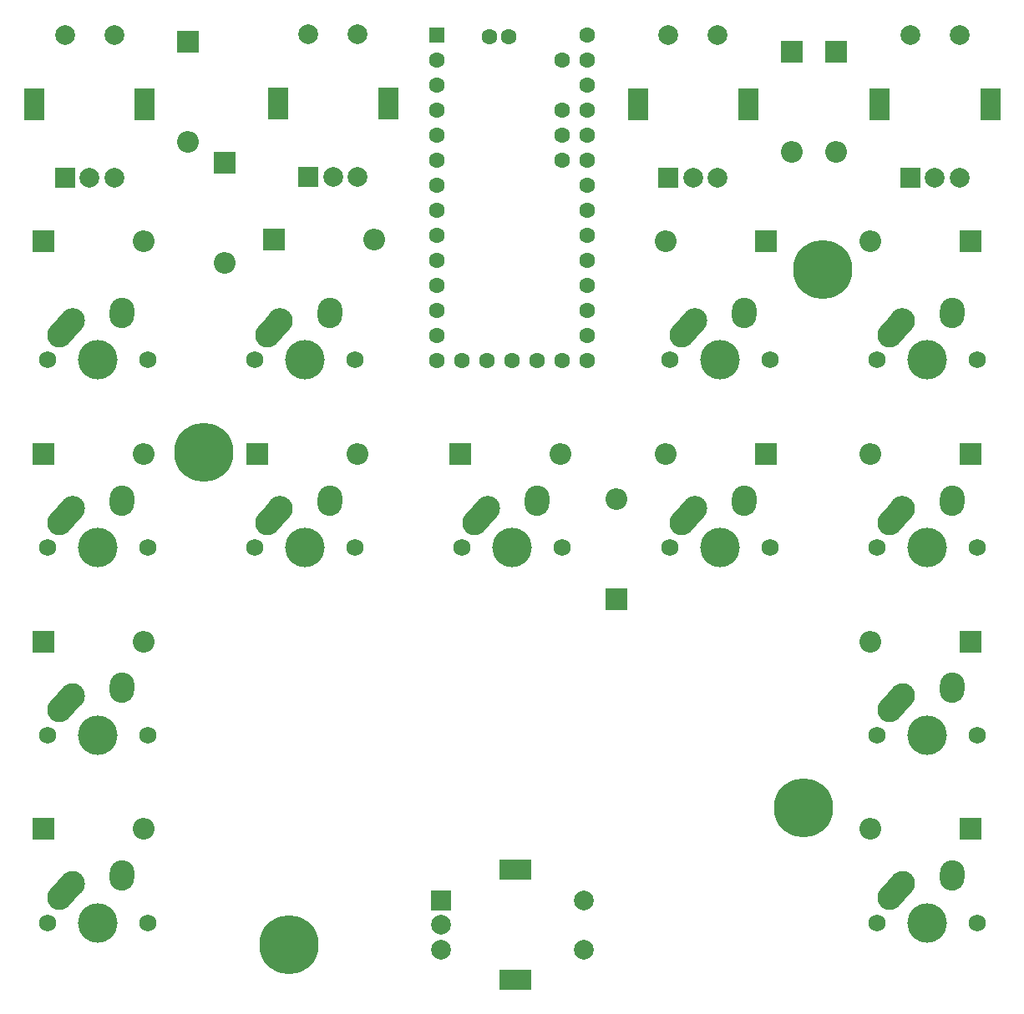
<source format=gbr>
%TF.GenerationSoftware,KiCad,Pcbnew,(6.0.5)*%
%TF.CreationDate,2022-06-03T20:05:36-07:00*%
%TF.ProjectId,big Wheel circuitboard,62696720-5768-4656-956c-206369726375,01*%
%TF.SameCoordinates,Original*%
%TF.FileFunction,Soldermask,Bot*%
%TF.FilePolarity,Negative*%
%FSLAX46Y46*%
G04 Gerber Fmt 4.6, Leading zero omitted, Abs format (unit mm)*
G04 Created by KiCad (PCBNEW (6.0.5)) date 2022-06-03 20:05:36*
%MOMM*%
%LPD*%
G01*
G04 APERTURE LIST*
G04 Aperture macros list*
%AMHorizOval*
0 Thick line with rounded ends*
0 $1 width*
0 $2 $3 position (X,Y) of the first rounded end (center of the circle)*
0 $4 $5 position (X,Y) of the second rounded end (center of the circle)*
0 Add line between two ends*
20,1,$1,$2,$3,$4,$5,0*
0 Add two circle primitives to create the rounded ends*
1,1,$1,$2,$3*
1,1,$1,$4,$5*%
G04 Aperture macros list end*
%ADD10R,2.000000X2.000000*%
%ADD11C,2.000000*%
%ADD12R,2.000000X3.200000*%
%ADD13R,2.200000X2.200000*%
%ADD14O,2.200000X2.200000*%
%ADD15R,1.600000X1.600000*%
%ADD16C,1.600000*%
%ADD17C,1.750000*%
%ADD18C,4.000000*%
%ADD19HorizOval,2.500000X0.656270X0.728862X-0.656270X-0.728862X0*%
%ADD20C,2.500000*%
%ADD21HorizOval,2.500000X0.020277X0.289981X-0.020277X-0.289981X0*%
%ADD22C,6.000000*%
%ADD23R,3.200000X2.000000*%
G04 APERTURE END LIST*
D10*
%TO.C,SW18*%
X265700000Y-53850000D03*
D11*
X270700000Y-53850000D03*
X268200000Y-53850000D03*
D12*
X273800000Y-46350000D03*
X262600000Y-46350000D03*
D11*
X270700000Y-39350000D03*
X265700000Y-39350000D03*
%TD*%
D13*
%TO.C,D9*%
X220120000Y-81816666D03*
D14*
X230280000Y-81816666D03*
%TD*%
D13*
%TO.C,D18*%
X258190416Y-41020000D03*
D14*
X258190416Y-51180000D03*
%TD*%
D15*
%TO.C,U1*%
X217680000Y-39325000D03*
D16*
X217680000Y-41865000D03*
X217680000Y-44405000D03*
X217680000Y-46945000D03*
X217680000Y-49485000D03*
X217680000Y-52025000D03*
X217680000Y-54565000D03*
X217680000Y-57105000D03*
X217680000Y-59645000D03*
X217680000Y-62185000D03*
X217680000Y-64725000D03*
X217680000Y-67265000D03*
X217680000Y-69805000D03*
X217680000Y-72345000D03*
X220220000Y-72345000D03*
X222760000Y-72345000D03*
X225300000Y-72345000D03*
X227840000Y-72345000D03*
X230380000Y-72345000D03*
X232920000Y-72345000D03*
X232920000Y-69805000D03*
X232920000Y-67265000D03*
X232920000Y-64725000D03*
X232920000Y-62185000D03*
X232920000Y-59645000D03*
X232920000Y-57105000D03*
X232920000Y-54565000D03*
X232920000Y-52025000D03*
X232920000Y-49485000D03*
X232920000Y-46945000D03*
X232920000Y-44405000D03*
X232920000Y-41865000D03*
X232920000Y-39325000D03*
X230380000Y-41865000D03*
X230380000Y-46945000D03*
X230380000Y-49485000D03*
X230380000Y-52025000D03*
X223014000Y-39502800D03*
X224995200Y-39502800D03*
%TD*%
D17*
%TO.C,SW8*%
X178220000Y-129400000D03*
D18*
X183300000Y-129400000D03*
D17*
X188380000Y-129400000D03*
D19*
X180146269Y-126131140D03*
D20*
X180800000Y-125400000D03*
D21*
X185820000Y-124610000D03*
%TD*%
D13*
%TO.C,D1*%
X192509583Y-40020000D03*
D14*
X192509583Y-50180000D03*
%TD*%
D17*
%TO.C,SW12*%
X262320000Y-110366666D03*
D18*
X267400000Y-110366666D03*
D17*
X272480000Y-110366666D03*
D19*
X264246269Y-107097806D03*
D20*
X264900000Y-106366666D03*
D21*
X269920000Y-105576666D03*
%TD*%
D13*
%TO.C,D6*%
X199520000Y-81816666D03*
D14*
X209680000Y-81816666D03*
%TD*%
D22*
%TO.C,H4*%
X254900000Y-117700000D03*
%TD*%
D13*
%TO.C,D3*%
X177820000Y-60236500D03*
D14*
X187980000Y-60236500D03*
%TD*%
D18*
%TO.C,SW9*%
X225350000Y-91333333D03*
D17*
X220270000Y-91333333D03*
X230430000Y-91333333D03*
D20*
X222850000Y-87333333D03*
D19*
X222196269Y-88064473D03*
D21*
X227870000Y-86543333D03*
%TD*%
D18*
%TO.C,SW5*%
X183300000Y-91333333D03*
D17*
X178220000Y-91333333D03*
X188380000Y-91333333D03*
D20*
X180800000Y-87333333D03*
D19*
X180146269Y-88064473D03*
D21*
X185820000Y-86543333D03*
%TD*%
D17*
%TO.C,SW3*%
X178220000Y-72300000D03*
X188380000Y-72300000D03*
D18*
X183300000Y-72300000D03*
D19*
X180146269Y-69031140D03*
D20*
X180800000Y-68300000D03*
D21*
X185820000Y-67510000D03*
%TD*%
D13*
%TO.C,D10*%
X235900000Y-96580000D03*
D14*
X235900000Y-86420000D03*
%TD*%
D10*
%TO.C,SW17*%
X241171250Y-53850000D03*
D11*
X246171250Y-53850000D03*
X243671250Y-53850000D03*
D12*
X249271250Y-46350000D03*
X238071250Y-46350000D03*
D11*
X246171250Y-39350000D03*
X241171250Y-39350000D03*
%TD*%
D13*
%TO.C,D7*%
X177820000Y-100849999D03*
D14*
X187980000Y-100849999D03*
%TD*%
D13*
%TO.C,D17*%
X253680833Y-41020000D03*
D14*
X253680833Y-51180000D03*
%TD*%
D17*
%TO.C,SW15*%
X241295000Y-72300000D03*
D18*
X246375000Y-72300000D03*
D17*
X251455000Y-72300000D03*
D19*
X243221269Y-69031140D03*
D20*
X243875000Y-68300000D03*
D21*
X248895000Y-67510000D03*
%TD*%
D13*
%TO.C,D4*%
X201220000Y-60100000D03*
D14*
X211380000Y-60100000D03*
%TD*%
D17*
%TO.C,SW13*%
X241295000Y-91333333D03*
X251455000Y-91333333D03*
D18*
X246375000Y-91333333D03*
D19*
X243221269Y-88064473D03*
D20*
X243875000Y-87333333D03*
D21*
X248895000Y-86543333D03*
%TD*%
D13*
%TO.C,D13*%
X251080000Y-81816666D03*
D14*
X240920000Y-81816666D03*
%TD*%
D13*
%TO.C,D8*%
X177820000Y-119883333D03*
D14*
X187980000Y-119883333D03*
%TD*%
D10*
%TO.C,SW1*%
X180000000Y-53850000D03*
D11*
X185000000Y-53850000D03*
X182500000Y-53850000D03*
D12*
X188100000Y-46350000D03*
X176900000Y-46350000D03*
D11*
X185000000Y-39350000D03*
X180000000Y-39350000D03*
%TD*%
D17*
%TO.C,SW11*%
X262320000Y-129400000D03*
D18*
X267400000Y-129400000D03*
D17*
X272480000Y-129400000D03*
D19*
X264246269Y-126131140D03*
D20*
X264900000Y-125400000D03*
D21*
X269920000Y-124610000D03*
%TD*%
D17*
%TO.C,SW6*%
X199245000Y-91333333D03*
X209405000Y-91333333D03*
D18*
X204325000Y-91333333D03*
D20*
X201825000Y-87333333D03*
D19*
X201171269Y-88064473D03*
D21*
X206845000Y-86543333D03*
%TD*%
D22*
%TO.C,H3*%
X194100000Y-81700000D03*
%TD*%
D17*
%TO.C,SW14*%
X262320000Y-91333333D03*
X272480000Y-91333333D03*
D18*
X267400000Y-91333333D03*
D19*
X264246269Y-88064473D03*
D20*
X264900000Y-87333333D03*
D21*
X269920000Y-86543333D03*
%TD*%
D22*
%TO.C,H1*%
X202700000Y-131600000D03*
%TD*%
D10*
%TO.C,SW10*%
X218150000Y-127100000D03*
D11*
X218150000Y-132100000D03*
X218150000Y-129600000D03*
D23*
X225650000Y-124000000D03*
X225650000Y-135200000D03*
D11*
X232650000Y-132100000D03*
X232650000Y-127100000D03*
%TD*%
D13*
%TO.C,D14*%
X271780000Y-81816666D03*
D14*
X261620000Y-81816666D03*
%TD*%
D13*
%TO.C,D15*%
X251080000Y-60236500D03*
D14*
X240920000Y-60236500D03*
%TD*%
D18*
%TO.C,SW16*%
X267400000Y-72300000D03*
D17*
X262320000Y-72300000D03*
X272480000Y-72300000D03*
D20*
X264900000Y-68300000D03*
D19*
X264246269Y-69031140D03*
D21*
X269920000Y-67510000D03*
%TD*%
D13*
%TO.C,D12*%
X271780000Y-100849999D03*
D14*
X261620000Y-100849999D03*
%TD*%
D22*
%TO.C,H2*%
X256800000Y-63100000D03*
%TD*%
D13*
%TO.C,D16*%
X271780000Y-60236500D03*
D14*
X261620000Y-60236500D03*
%TD*%
D13*
%TO.C,D5*%
X177820000Y-81816666D03*
D14*
X187980000Y-81816666D03*
%TD*%
D18*
%TO.C,SW4*%
X204325000Y-72300000D03*
D17*
X209405000Y-72300000D03*
X199245000Y-72300000D03*
D20*
X201825000Y-68300000D03*
D19*
X201171269Y-69031140D03*
D21*
X206845000Y-67510000D03*
%TD*%
D10*
%TO.C,SW2*%
X204700000Y-53750000D03*
D11*
X209700000Y-53750000D03*
X207200000Y-53750000D03*
D12*
X201600000Y-46250000D03*
X212800000Y-46250000D03*
D11*
X209700000Y-39250000D03*
X204700000Y-39250000D03*
%TD*%
D18*
%TO.C,SW7*%
X183300000Y-110366666D03*
D17*
X178220000Y-110366666D03*
X188380000Y-110366666D03*
D20*
X180800000Y-106366666D03*
D19*
X180146269Y-107097806D03*
D21*
X185820000Y-105576666D03*
%TD*%
D13*
%TO.C,D2*%
X196200000Y-52320000D03*
D14*
X196200000Y-62480000D03*
%TD*%
D13*
%TO.C,D11*%
X271780000Y-119883333D03*
D14*
X261620000Y-119883333D03*
%TD*%
M02*

</source>
